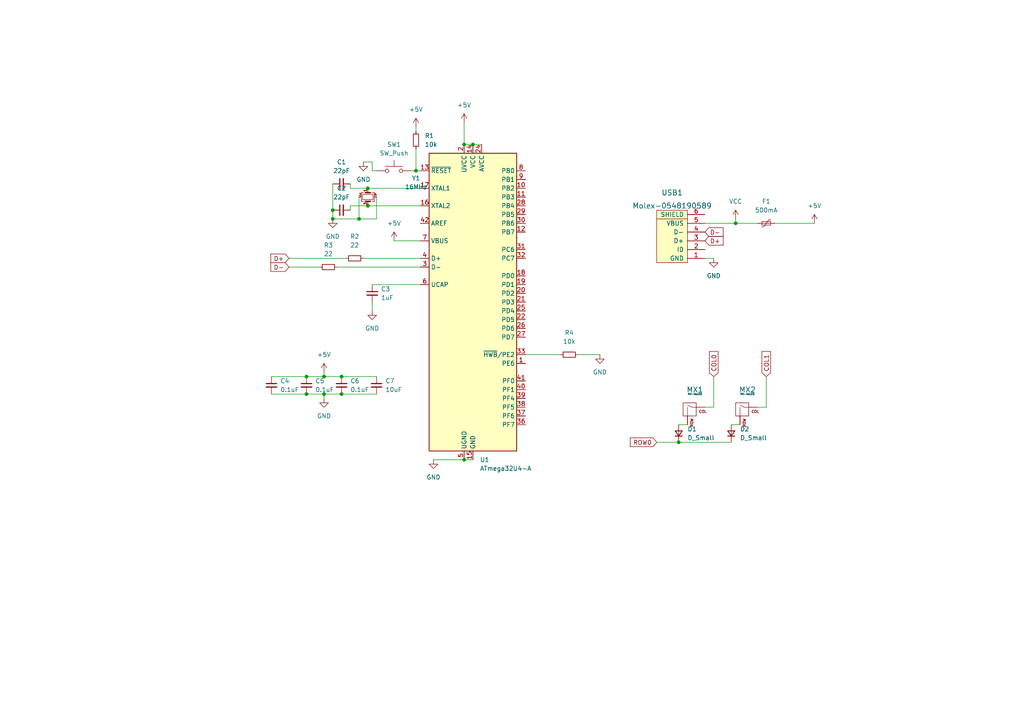
<source format=kicad_sch>
(kicad_sch (version 20211123) (generator eeschema)
  (paper "A4")
  (lib_symbols
    (symbol "Device:C_Small" (pin_numbers hide) (pin_names (offset 0.254) hide)
      (property "Reference" "C" (at 0.254 1.778 0))
      (property "Value" "C_Small" (at 0.254 -2.032 0))
      (symbol "C_Small_0_1"
        (polyline (pts (xy -1.524 -0.508) (xy 1.524 -0.508)) (stroke (width 0.3302)))
        (polyline (pts (xy -1.524 0.508) (xy 1.524 0.508)) (stroke (width 0.3048)))
      )
      (symbol "C_Small_1_1"
        (pin passive line (at 0 2.54 270) (length 2.032) (name "~") (number "1"))
        (pin passive line (at 0 -2.54 90) (length 2.032) (name "~") (number "2"))
      )
    )
    (symbol "Device:Crystal_GND24_Small" (pin_names (offset 1.016) hide)
      (property "Reference" "Y" (at 1.27 4.445 0))
      (property "Value" "Crystal_GND24_Small" (at 1.27 2.54 0))
      (symbol "Crystal_GND24_Small_0_1"
        (rectangle (start -0.762 -1.524) (end 0.762 1.524))
        (polyline (pts (xy -1.27 -0.762) (xy -1.27 0.762)) (stroke (width 0.381)))
        (polyline (pts (xy 1.27 -0.762) (xy 1.27 0.762)) (stroke (width 0.381)))
        (polyline (pts (xy -1.27 -1.27) (xy -1.27 -1.905) (xy 1.27 -1.905) (xy 1.27 -1.27)))
        (polyline (pts (xy -1.27 1.27) (xy -1.27 1.905) (xy 1.27 1.905) (xy 1.27 1.27)))
      )
      (symbol "Crystal_GND24_Small_1_1"
        (pin passive line (at -2.54 0 0) (length 1.27) (name "1") (number "1"))
        (pin passive line (at 0 -2.54 90) (length 0.635) (name "2") (number "2"))
        (pin passive line (at 2.54 0 180) (length 1.27) (name "3") (number "3"))
        (pin passive line (at 0 2.54 270) (length 0.635) (name "4") (number "4"))
      )
    )
    (symbol "Device:D_Small" (pin_numbers hide) (pin_names (offset 0.254) hide)
      (property "Reference" "D" (at -1.27 2.032 0))
      (property "Value" "D_Small" (at -3.81 -2.032 0))
      (symbol "D_Small_0_1"
        (polyline (pts (xy -0.762 -1.016) (xy -0.762 1.016)) (stroke (width 0.254)))
        (polyline (pts (xy -0.762 0) (xy 0.762 0)))
        (polyline (pts (xy 0.762 -1.016) (xy -0.762 0) (xy 0.762 1.016) (xy 0.762 -1.016)) (stroke (width 0.254)))
      )
      (symbol "D_Small_1_1"
        (pin passive line (at -2.54 0 0) (length 1.778) (name "K") (number "1"))
        (pin passive line (at 2.54 0 180) (length 1.778) (name "A") (number "2"))
      )
    )
    (symbol "Device:Polyfuse_Small" (pin_numbers hide) (pin_names (offset 0))
      (property "Reference" "F" (at -1.905 0 90))
      (property "Value" "Polyfuse_Small" (at 1.905 0 90))
      (symbol "Polyfuse_Small_0_1"
        (rectangle (start -0.508 1.27) (end 0.508 -1.27))
        (polyline (pts (xy 0 2.54) (xy 0 -2.54)))
        (polyline (pts (xy -1.016 1.27) (xy -1.016 0.762) (xy 1.016 -0.762) (xy 1.016 -1.27)))
      )
      (symbol "Polyfuse_Small_1_1"
        (pin passive line (at 0 2.54 270) (length 0.635) (name "~") (number "1"))
        (pin passive line (at 0 -2.54 90) (length 0.635) (name "~") (number "2"))
      )
    )
    (symbol "Device:R_Small" (pin_numbers hide) (pin_names (offset 0.254) hide)
      (property "Reference" "R" (at 0.762 0.508 0))
      (property "Value" "R_Small" (at 0.762 -1.016 0))
      (symbol "R_Small_0_1"
        (rectangle (start -0.762 1.778) (end 0.762 -1.778) (stroke (width 0.2032)))
      )
      (symbol "R_Small_1_1"
        (pin passive line (at 0 2.54 270) (length 0.762) (name "~") (number "1"))
        (pin passive line (at 0 -2.54 90) (length 0.762) (name "~") (number "2"))
      )
    )
    (symbol "MCU_Microchip_ATmega:ATmega32U4-A"
      (property "Reference" "U" (at -12.7 44.45 0))
      (property "Value" "ATmega32U4-A" (at 2.54 -44.45 0))
      (symbol "ATmega32U4-A_0_1"
        (rectangle (start -12.7 -43.18) (end 12.7 43.18) (stroke (width 0.254)) (fill (type background)))
      )
      (symbol "ATmega32U4-A_1_1"
        (pin bidirectional line (at 15.24 -17.78 180) (length 2.54) (name "PE6") (number "1"))
        (pin bidirectional line (at 15.24 33.02 180) (length 2.54) (name "PB2") (number "10"))
        (pin bidirectional line (at 15.24 30.48 180) (length 2.54) (name "PB3") (number "11"))
        (pin bidirectional line (at 15.24 20.32 180) (length 2.54) (name "PB7") (number "12"))
        (pin input line (at -15.24 38.1 0) (length 2.54) (name "~{RESET}") (number "13"))
        (pin power_in line (at 0 45.72 270) (length 2.54) (name "VCC") (number "14"))
        (pin power_in line (at 0 -45.72 90) (length 2.54) (name "GND") (number "15"))
        (pin output line (at -15.24 27.94 0) (length 2.54) (name "XTAL2") (number "16"))
        (pin input line (at -15.24 33.02 0) (length 2.54) (name "XTAL1") (number "17"))
        (pin bidirectional line (at 15.24 7.62 180) (length 2.54) (name "PD0") (number "18"))
        (pin bidirectional line (at 15.24 5.08 180) (length 2.54) (name "PD1") (number "19"))
        (pin power_in line (at -2.54 45.72 270) (length 2.54) (name "UVCC") (number "2"))
        (pin bidirectional line (at 15.24 2.54 180) (length 2.54) (name "PD2") (number "20"))
        (pin bidirectional line (at 15.24 0 180) (length 2.54) (name "PD3") (number "21"))
        (pin bidirectional line (at 15.24 -5.08 180) (length 2.54) (name "PD5") (number "22"))
        (pin passive line (at 0 -45.72 90) (length 2.54) hide (name "GND") (number "23"))
        (pin power_in line (at 2.54 45.72 270) (length 2.54) (name "AVCC") (number "24"))
        (pin bidirectional line (at 15.24 -2.54 180) (length 2.54) (name "PD4") (number "25"))
        (pin bidirectional line (at 15.24 -7.62 180) (length 2.54) (name "PD6") (number "26"))
        (pin bidirectional line (at 15.24 -10.16 180) (length 2.54) (name "PD7") (number "27"))
        (pin bidirectional line (at 15.24 27.94 180) (length 2.54) (name "PB4") (number "28"))
        (pin bidirectional line (at 15.24 25.4 180) (length 2.54) (name "PB5") (number "29"))
        (pin bidirectional line (at -15.24 10.16 0) (length 2.54) (name "D-") (number "3"))
        (pin bidirectional line (at 15.24 22.86 180) (length 2.54) (name "PB6") (number "30"))
        (pin bidirectional line (at 15.24 15.24 180) (length 2.54) (name "PC6") (number "31"))
        (pin bidirectional line (at 15.24 12.7 180) (length 2.54) (name "PC7") (number "32"))
        (pin bidirectional line (at 15.24 -15.24 180) (length 2.54) (name "~{HWB}/PE2") (number "33"))
        (pin passive line (at 0 45.72 270) (length 2.54) hide (name "VCC") (number "34"))
        (pin passive line (at 0 -45.72 90) (length 2.54) hide (name "GND") (number "35"))
        (pin bidirectional line (at 15.24 -35.56 180) (length 2.54) (name "PF7") (number "36"))
        (pin bidirectional line (at 15.24 -33.02 180) (length 2.54) (name "PF6") (number "37"))
        (pin bidirectional line (at 15.24 -30.48 180) (length 2.54) (name "PF5") (number "38"))
        (pin bidirectional line (at 15.24 -27.94 180) (length 2.54) (name "PF4") (number "39"))
        (pin bidirectional line (at -15.24 12.7 0) (length 2.54) (name "D+") (number "4"))
        (pin bidirectional line (at 15.24 -25.4 180) (length 2.54) (name "PF1") (number "40"))
        (pin bidirectional line (at 15.24 -22.86 180) (length 2.54) (name "PF0") (number "41"))
        (pin passive line (at -15.24 22.86 0) (length 2.54) (name "AREF") (number "42"))
        (pin passive line (at 0 -45.72 90) (length 2.54) hide (name "GND") (number "43"))
        (pin passive line (at 2.54 45.72 270) (length 2.54) hide (name "AVCC") (number "44"))
        (pin passive line (at -2.54 -45.72 90) (length 2.54) (name "UGND") (number "5"))
        (pin passive line (at -15.24 5.08 0) (length 2.54) (name "UCAP") (number "6"))
        (pin input line (at -15.24 17.78 0) (length 2.54) (name "VBUS") (number "7"))
        (pin bidirectional line (at 15.24 38.1 180) (length 2.54) (name "PB0") (number "8"))
        (pin bidirectional line (at 15.24 35.56 180) (length 2.54) (name "PB1") (number "9"))
      )
    )
    (symbol "MX_Alps_Hybrid:MX-NoLED" (pin_names (offset 1.016))
      (property "Reference" "MX" (at -0.635 3.81 0))
      (property "Value" "MX-NoLED" (at -0.635 1.27 0))
      (symbol "MX-NoLED_0_0"
        (rectangle (start -2.54 2.54) (end 1.27 -1.27))
        (polyline (pts (xy -1.27 -1.27) (xy -1.27 1.27)) (stroke (width 0.127)))
        (polyline (pts (xy 1.27 1.27) (xy 0 1.27) (xy -1.27 1.905)) (stroke (width 0.127)))
        (text "COL" (at 3.175 0 0) (effects (font (size 0.762 0.762))))
        (text "ROW" (at 0 -1.905 900) (effects (font (size 0.762 0.762)) (justify right)))
      )
      (symbol "MX-NoLED_1_1"
        (pin passive line (at 3.81 1.27 180) (length 2.54) (name "COL") (number "1"))
        (pin passive line (at -1.27 -3.81 90) (length 2.54) (name "ROW") (number "2"))
      )
    )
    (symbol "Switch:SW_Push" (pin_numbers hide) (pin_names (offset 1.016) hide)
      (property "Reference" "SW" (at 1.27 2.54 0))
      (property "Value" "SW_Push" (at 0 -1.524 0))
      (symbol "SW_Push_0_1"
        (circle (center -2.032 0) (radius 0.508))
        (polyline (pts (xy 0 1.27) (xy 0 3.048)))
        (polyline (pts (xy 2.54 1.27) (xy -2.54 1.27)))
        (circle (center 2.032 0) (radius 0.508))
        (pin passive line (at -5.08 0 0) (length 2.54) (name "1") (number "1"))
        (pin passive line (at 5.08 0 180) (length 2.54) (name "2") (number "2"))
      )
    )
    (symbol "power:+5V" (power) (pin_names (offset 0))
      (property "Value" "+5V" (at 0 3.556 0))
      (symbol "+5V_0_1"
        (polyline (pts (xy -0.762 1.27) (xy 0 2.54)))
        (polyline (pts (xy 0 0) (xy 0 2.54)))
        (polyline (pts (xy 0 2.54) (xy 0.762 1.27)))
      )
      (symbol "+5V_1_1"
        (pin power_in line (at 0 0 90) (length 0) hide (name "+5V") (number "1"))
      )
    )
    (symbol "power:GND" (power) (pin_names (offset 0))
      (property "Value" "GND" (at 0 -3.81 0))
      (symbol "GND_0_1"
        (polyline (pts (xy 0 0) (xy 0 -1.27) (xy 1.27 -1.27) (xy 0 -2.54) (xy -1.27 -1.27) (xy 0 -1.27)))
      )
      (symbol "GND_1_1"
        (pin power_in line (at 0 0 270) (length 0) hide (name "GND") (number "1"))
      )
    )
    (symbol "power:VCC" (power) (pin_names (offset 0))
      (property "Value" "VCC" (at 0 3.81 0))
      (symbol "VCC_0_1"
        (polyline (pts (xy -0.762 1.27) (xy 0 2.54)))
        (polyline (pts (xy 0 0) (xy 0 2.54)))
        (polyline (pts (xy 0 2.54) (xy 0.762 1.27)))
      )
      (symbol "VCC_1_1"
        (pin power_in line (at 0 0 90) (length 0) hide (name "VCC") (number "1"))
      )
    )
    (symbol "random-keyboard-parts:Molex-0548190589" (pin_names (offset 1.016))
      (property "Reference" "USB" (at 0 7.62 0))
      (property "Value" "Molex-0548190589" (at 0 10.16 0))
      (symbol "Molex-0548190589_0_0"
        (polyline (pts (xy 6.35 -2.54) (xy 6.35 6.35)))
        (rectangle (start 8.89 -2.54) (end -6.35 6.35) (fill (type background)))
      )
      (symbol "Molex-0548190589_1_1"
        (pin input line (at -5.08 -7.62 90) (length 5.08) (name "GND") (number "1"))
        (pin input line (at -2.54 -7.62 90) (length 5.08) (name "ID") (number "2"))
        (pin input line (at 0 -7.62 90) (length 5.08) (name "D+") (number "3"))
        (pin input line (at 2.54 -7.62 90) (length 5.08) (name "D-") (number "4"))
        (pin input line (at 5.08 -7.62 90) (length 5.08) (name "VBUS") (number "5"))
        (pin input line (at 7.62 -7.62 90) (length 5.08) (name "SHIELD") (number "6"))
      )
    )
  )
  (junction (at 99.06 109.22))
  (junction (at 88.9 109.22))
  (junction (at 96.52 60.96))
  (junction (at 137.16 41.91))
  (junction (at 134.62 133.35))
  (junction (at 104.14 63.5))
  (junction (at 134.62 41.91))
  (junction (at 196.85 128.27))
  (junction (at 93.98 109.22))
  (junction (at 213.36 64.77))
  (junction (at 96.52 63.5))
  (junction (at 106.68 59.69))
  (junction (at 88.9 114.3))
  (junction (at 93.98 114.3))
  (junction (at 120.65 49.53))
  (junction (at 99.06 114.3))
  (junction (at 106.68 54.61))
  (wire (pts (xy 114.3 69.85) (xy 121.92 69.85)))
  (wire (pts (xy 196.85 123.19) (xy 199.39 123.19)))
  (wire (pts (xy 120.65 43.18) (xy 120.65 49.53)))
  (wire (pts (xy 83.82 74.93) (xy 100.33 74.93)))
  (wire (pts (xy 93.98 109.22) (xy 99.06 109.22)))
  (wire (pts (xy 106.68 54.61) (xy 101.6 54.61)))
  (wire (pts (xy 109.22 49.53) (xy 107.95 49.53)))
  (wire (pts (xy 213.36 64.77) (xy 219.71 64.77)))
  (wire (pts (xy 167.64 102.87) (xy 173.99 102.87)))
  (wire (pts (xy 106.68 54.61) (xy 121.92 54.61)))
  (wire (pts (xy 101.6 53.34) (xy 101.6 54.61)))
  (wire (pts (xy 106.68 59.69) (xy 121.92 59.69)))
  (wire (pts (xy 219.71 118.11) (xy 222.25 118.11)))
  (wire (pts (xy 213.36 63.5) (xy 213.36 64.77)))
  (wire (pts (xy 105.41 74.93) (xy 121.92 74.93)))
  (wire (pts (xy 104.14 63.5) (xy 109.22 63.5)))
  (wire (pts (xy 101.6 59.69) (xy 101.6 60.96)))
  (wire (pts (xy 99.06 114.3) (xy 109.22 114.3)))
  (wire (pts (xy 212.09 123.19) (xy 214.63 123.19)))
  (wire (pts (xy 88.9 109.22) (xy 93.98 109.22)))
  (wire (pts (xy 93.98 114.3) (xy 99.06 114.3)))
  (wire (pts (xy 134.62 133.35) (xy 137.16 133.35)))
  (wire (pts (xy 107.95 49.53) (xy 107.95 46.99)))
  (wire (pts (xy 204.47 118.11) (xy 207.01 118.11)))
  (wire (pts (xy 104.14 57.15) (xy 104.14 63.5)))
  (wire (pts (xy 96.52 53.34) (xy 96.52 60.96)))
  (wire (pts (xy 204.47 64.77) (xy 213.36 64.77)))
  (wire (pts (xy 152.4 102.87) (xy 162.56 102.87)))
  (wire (pts (xy 222.25 109.22) (xy 222.25 118.11)))
  (wire (pts (xy 78.74 114.3) (xy 88.9 114.3)))
  (wire (pts (xy 93.98 107.95) (xy 93.98 109.22)))
  (wire (pts (xy 137.16 41.91) (xy 139.7 41.91)))
  (wire (pts (xy 224.79 64.77) (xy 236.22 64.77)))
  (wire (pts (xy 134.62 35.56) (xy 134.62 41.91)))
  (wire (pts (xy 88.9 114.3) (xy 93.98 114.3)))
  (wire (pts (xy 78.74 109.22) (xy 88.9 109.22)))
  (wire (pts (xy 106.68 59.69) (xy 101.6 59.69)))
  (wire (pts (xy 120.65 36.83) (xy 120.65 38.1)))
  (wire (pts (xy 96.52 63.5) (xy 104.14 63.5)))
  (wire (pts (xy 93.98 114.3) (xy 93.98 115.57)))
  (wire (pts (xy 96.52 60.96) (xy 96.52 63.5)))
  (wire (pts (xy 109.22 57.15) (xy 109.22 63.5)))
  (wire (pts (xy 207.01 109.22) (xy 207.01 118.11)))
  (wire (pts (xy 107.95 82.55) (xy 121.92 82.55)))
  (wire (pts (xy 120.65 49.53) (xy 121.92 49.53)))
  (wire (pts (xy 204.47 74.93) (xy 207.01 74.93)))
  (wire (pts (xy 107.95 46.99) (xy 105.41 46.99)))
  (wire (pts (xy 134.62 41.91) (xy 137.16 41.91)))
  (wire (pts (xy 119.38 49.53) (xy 120.65 49.53)))
  (wire (pts (xy 190.5 128.27) (xy 196.85 128.27)))
  (wire (pts (xy 97.79 77.47) (xy 121.92 77.47)))
  (wire (pts (xy 196.85 128.27) (xy 212.09 128.27)))
  (wire (pts (xy 99.06 109.22) (xy 109.22 109.22)))
  (wire (pts (xy 107.95 87.63) (xy 107.95 90.17)))
  (wire (pts (xy 125.73 133.35) (xy 134.62 133.35)))
  (wire (pts (xy 83.82 77.47) (xy 92.71 77.47)))
  (global_label "D+" (shape input) (at 83.82 74.93 180) (property "Intersheet References" "${INTERSHEET_REFS}" (effects hide)))
  (global_label "D-" (shape input) (at 83.82 77.47 180) (property "Intersheet References" "${INTERSHEET_REFS}" (effects hide)))
  (global_label "ROW0" (shape input) (at 190.5 128.27 180) (property "Intersheet References" "${INTERSHEET_REFS}" (effects hide)))
  (global_label "COL0" (shape input) (at 207.01 109.22 90) (property "Intersheet References" "${INTERSHEET_REFS}" (effects hide)))
  (global_label "D+" (shape input) (at 204.47 69.85 0) (property "Intersheet References" "${INTERSHEET_REFS}" (effects hide)))
  (global_label "D-" (shape input) (at 204.47 67.31 0) (property "Intersheet References" "${INTERSHEET_REFS}" (effects hide)))
  (global_label "COL1" (shape input) (at 222.25 109.22 90) (property "Intersheet References" "${INTERSHEET_REFS}" (effects hide)))
  (symbol (lib_id "Device:C_Small") (at 78.74 111.76 0) (unit 1)
    (property "Reference" "C4" (at 81.28 110.4962 0) (effects (justify left)))
    (property "Value" "0.1uF" (at 81.28 113.0362 0) (effects (justify left)))
    (property "Footprint" "Capacitor_SMD:C_0805_2012Metric" (effects hide))
  )
  (symbol (lib_id "MX_Alps_Hybrid:MX-NoLED") (at 215.9 119.38 0) (unit 1)
    (property "Reference" "MX2" (at 216.7856 113.03 0) (effects (font (size 1.524 1.524))))
    (property "Value" "MX-NoLED" (at 216.7856 114.3 0) (effects (font (size 0.508 0.508))))
    (property "Footprint" "MX_Alps_Hybrid:MX-1U-NoLED" (effects hide))
  )
  (symbol (lib_id "Switch:SW_Push") (at 114.3 49.53 0) (unit 1)
    (property "Reference" "SW1" (at 114.3 41.91 0))
    (property "Value" "SW_Push" (at 114.3 44.45 0))
    (property "Footprint" "random-keyboard-parts:SKQG-1155865" (effects hide))
  )
  (symbol (lib_id "power:+5V") (at 134.62 35.56 0) (unit 1)
    (property "Reference" "#PWR0113" (effects hide))
    (property "Value" "+5V" (at 134.62 30.48 0))
  )
  (symbol (lib_id "Device:D_Small") (at 212.09 125.73 90) (unit 1)
    (property "Reference" "D2" (at 214.63 124.4599 90) (effects (justify right)))
    (property "Value" "D_Small" (at 214.63 126.9999 90) (effects (justify right)))
    (property "Footprint" "Diode_SMD:D_SOD-123" (effects hide))
  )
  (symbol (lib_id "power:GND") (at 93.98 115.57 0) (unit 1)
    (property "Reference" "#PWR0105" (effects hide))
    (property "Value" "GND" (at 93.98 120.65 0))
  )
  (symbol (lib_id "power:GND") (at 207.01 74.93 0) (unit 1)
    (property "Reference" "#PWR0104" (effects hide))
    (property "Value" "GND" (at 207.01 80.01 0))
  )
  (symbol (lib_id "power:+5V") (at 114.3 69.85 0) (unit 1)
    (property "Reference" "#PWR0110" (effects hide))
    (property "Value" "+5V" (at 114.3 64.77 0))
  )
  (symbol (lib_id "power:+5V") (at 120.65 36.83 0) (unit 1)
    (property "Reference" "#PWR0112" (effects hide))
    (property "Value" "+5V" (at 120.65 31.75 0))
  )
  (symbol (lib_id "Device:C_Small") (at 99.06 53.34 90) (unit 1)
    (property "Reference" "C1" (at 99.0663 46.99 90))
    (property "Value" "22pF" (at 99.0663 49.53 90))
    (property "Footprint" "Capacitor_SMD:C_0805_2012Metric" (effects hide))
  )
  (symbol (lib_id "power:GND") (at 125.73 133.35 0) (unit 1)
    (property "Reference" "#PWR0109" (effects hide))
    (property "Value" "GND" (at 125.73 138.43 0))
  )
  (symbol (lib_id "Device:D_Small") (at 196.85 125.73 90) (unit 1)
    (property "Reference" "D1" (at 199.39 124.4599 90) (effects (justify right)))
    (property "Value" "D_Small" (at 199.39 126.9999 90) (effects (justify right)))
    (property "Footprint" "Diode_SMD:D_SOD-123" (effects hide))
  )
  (symbol (lib_id "Device:R_Small") (at 165.1 102.87 90) (unit 1)
    (property "Reference" "R4" (at 165.1 96.52 90))
    (property "Value" "10k" (at 165.1 99.06 90))
    (property "Footprint" "Resistor_SMD:R_0805_2012Metric" (effects hide))
  )
  (symbol (lib_id "power:GND") (at 107.95 90.17 0) (unit 1)
    (property "Reference" "#PWR0107" (effects hide))
    (property "Value" "GND" (at 107.95 95.25 0))
  )
  (symbol (lib_id "Device:C_Small") (at 99.06 111.76 0) (unit 1)
    (property "Reference" "C6" (at 101.6 110.4962 0) (effects (justify left)))
    (property "Value" "0.1uF" (at 101.6 113.0362 0) (effects (justify left)))
    (property "Footprint" "Capacitor_SMD:C_0805_2012Metric" (effects hide))
  )
  (symbol (lib_id "power:GND") (at 105.41 46.99 0) (unit 1)
    (property "Reference" "#PWR0111" (effects hide))
    (property "Value" "GND" (at 105.41 52.07 0))
  )
  (symbol (lib_id "Device:R_Small") (at 120.65 40.64 180) (unit 1)
    (property "Reference" "R1" (at 123.19 39.3699 0) (effects (justify right)))
    (property "Value" "10k" (at 123.19 41.9099 0) (effects (justify right)))
    (property "Footprint" "Resistor_SMD:R_0805_2012Metric" (effects hide))
  )
  (symbol (lib_id "power:+5V") (at 236.22 64.77 0) (unit 1)
    (property "Reference" "#PWR0103" (effects hide))
    (property "Value" "+5V" (at 236.22 59.69 0))
  )
  (symbol (lib_id "Device:C_Small") (at 109.22 111.76 0) (unit 1)
    (property "Reference" "C7" (at 111.76 110.4962 0) (effects (justify left)))
    (property "Value" "10uF" (at 111.76 113.0362 0) (effects (justify left)))
    (property "Footprint" "Capacitor_SMD:C_0805_2012Metric" (effects hide))
  )
  (symbol (lib_id "Device:R_Small") (at 102.87 74.93 270) (unit 1)
    (property "Reference" "R2" (at 102.87 68.58 90))
    (property "Value" "22" (at 102.87 71.12 90))
    (property "Footprint" "Resistor_SMD:R_0805_2012Metric" (effects hide))
  )
  (symbol (lib_id "MCU_Microchip_ATmega:ATmega32U4-A") (at 137.16 87.63 0) (unit 1)
    (property "Reference" "U1" (at 139.1794 133.35 0) (effects (justify left)))
    (property "Value" "ATmega32U4-A" (at 139.1794 135.89 0) (effects (justify left)))
    (property "Footprint" "Package_QFP:TQFP-44_10x10mm_P0.8mm" (effects hide))
    (property "Datasheet" "http://ww1.microchip.com/downloads/en/DeviceDoc/Atmel-7766-8-bit-AVR-ATmega16U4-32U4_Datasheet.pdf" (effects hide))
  )
  (symbol (lib_id "Device:C_Small") (at 107.95 85.09 0) (unit 1)
    (property "Reference" "C3" (at 110.49 83.8262 0) (effects (justify left)))
    (property "Value" "1uF" (at 110.49 86.3662 0) (effects (justify left)))
    (property "Footprint" "Capacitor_SMD:C_0805_2012Metric" (effects hide))
  )
  (symbol (lib_id "power:GND") (at 173.99 102.87 0) (unit 1)
    (property "Reference" "#PWR0101" (effects hide))
    (property "Value" "GND" (at 173.99 107.95 0))
  )
  (symbol (lib_id "power:+5V") (at 93.98 107.95 0) (unit 1)
    (property "Reference" "#PWR0106" (effects hide))
    (property "Value" "+5V" (at 93.98 102.87 0))
  )
  (symbol (lib_id "Device:Crystal_GND24_Small") (at 106.68 57.15 270) (unit 1)
    (property "Reference" "Y1" (at 120.65 51.6888 90))
    (property "Value" "16MHz" (at 120.65 54.2288 90))
    (property "Footprint" "Crystal:Crystal_SMD_3225-4Pin_3.2x2.5mm" (effects hide))
  )
  (symbol (lib_id "random-keyboard-parts:Molex-0548190589") (at 196.85 69.85 90) (unit 1)
    (property "Reference" "USB1" (at 194.945 55.88 90) (effects (font (size 1.524 1.524))))
    (property "Value" "Molex-0548190589" (at 194.945 59.69 90) (effects (font (size 1.524 1.524))))
    (property "Footprint" "random-keyboard-parts:Molex-0548190589" (effects hide))
  )
  (symbol (lib_id "power:GND") (at 96.52 63.5 0) (unit 1)
    (property "Reference" "#PWR0108" (effects hide))
    (property "Value" "GND" (at 96.52 68.58 0))
  )
  (symbol (lib_id "MX_Alps_Hybrid:MX-NoLED") (at 200.66 119.38 0) (unit 1)
    (property "Reference" "MX1" (at 201.5456 113.03 0) (effects (font (size 1.524 1.524))))
    (property "Value" "MX-NoLED" (at 201.5456 114.3 0) (effects (font (size 0.508 0.508))))
    (property "Footprint" "MX_Alps_Hybrid:MX-1U-NoLED" (effects hide))
  )
  (symbol (lib_id "Device:Polyfuse_Small") (at 222.25 64.77 90) (unit 1)
    (property "Reference" "F1" (at 222.25 58.42 90))
    (property "Value" "500mA" (at 222.25 60.96 90))
    (property "Footprint" "Fuse:Fuse_1206_3216Metric" (effects hide))
  )
  (symbol (lib_id "Device:R_Small") (at 95.25 77.47 90) (unit 1)
    (property "Reference" "R3" (at 95.25 71.12 90))
    (property "Value" "22" (at 95.25 73.66 90))
    (property "Footprint" "Resistor_SMD:R_0805_2012Metric" (effects hide))
  )
  (symbol (lib_id "power:VCC") (at 213.36 63.5 0) (unit 1)
    (property "Reference" "#PWR0102" (effects hide))
    (property "Value" "VCC" (at 213.36 58.42 0))
  )
  (symbol (lib_id "Device:C_Small") (at 99.06 60.96 90) (unit 1)
    (property "Reference" "C2" (at 99.0663 54.61 90))
    (property "Value" "22pF" (at 99.0663 57.15 90))
    (property "Footprint" "Capacitor_SMD:C_0805_2012Metric" (effects hide))
  )
  (symbol (lib_id "Device:C_Small") (at 88.9 111.76 0) (unit 1)
    (property "Reference" "C5" (at 91.44 110.4962 0) (effects (justify left)))
    (property "Value" "0.1uF" (at 91.44 113.0362 0) (effects (justify left)))
    (property "Footprint" "Capacitor_SMD:C_0805_2012Metric" (effects hide))
  )
)
</source>
